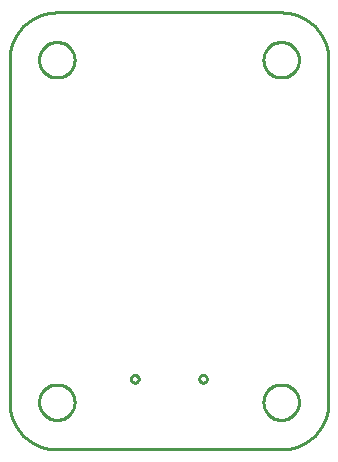
<source format=gbr>
G04 EAGLE Gerber RS-274X export*
G75*
%MOMM*%
%FSLAX34Y34*%
%LPD*%
%IN*%
%IPPOS*%
%AMOC8*
5,1,8,0,0,1.08239X$1,22.5*%
G01*
%ADD10C,0.254000*%


D10*
X0Y40000D02*
X152Y36514D01*
X608Y33054D01*
X1363Y29647D01*
X2412Y26319D01*
X3748Y23095D01*
X5359Y20000D01*
X7234Y17057D01*
X9358Y14289D01*
X11716Y11716D01*
X14289Y9358D01*
X17057Y7234D01*
X20000Y5359D01*
X23095Y3748D01*
X26319Y2412D01*
X29647Y1363D01*
X33054Y608D01*
X36514Y152D01*
X40000Y0D01*
X230000Y0D01*
X233486Y152D01*
X236946Y608D01*
X240353Y1363D01*
X243681Y2412D01*
X246905Y3748D01*
X250000Y5359D01*
X252943Y7234D01*
X255712Y9358D01*
X258284Y11716D01*
X260642Y14289D01*
X262766Y17057D01*
X264641Y20000D01*
X266252Y23095D01*
X267588Y26319D01*
X268637Y29647D01*
X269392Y33054D01*
X269848Y36514D01*
X270000Y40000D01*
X270000Y330000D01*
X269848Y333486D01*
X269392Y336946D01*
X268637Y340353D01*
X267588Y343681D01*
X266252Y346905D01*
X264641Y350000D01*
X262766Y352943D01*
X260642Y355712D01*
X258284Y358284D01*
X255712Y360642D01*
X252943Y362766D01*
X250000Y364641D01*
X246905Y366252D01*
X243681Y367588D01*
X240353Y368637D01*
X236946Y369392D01*
X233486Y369848D01*
X230000Y370000D01*
X40000Y370000D01*
X36514Y369848D01*
X33054Y369392D01*
X29647Y368637D01*
X26319Y367588D01*
X23095Y366252D01*
X20000Y364641D01*
X17057Y362766D01*
X14289Y360642D01*
X11716Y358284D01*
X9358Y355712D01*
X7234Y352943D01*
X5359Y350000D01*
X3748Y346905D01*
X2412Y343681D01*
X1363Y340353D01*
X608Y336946D01*
X152Y333486D01*
X0Y330000D01*
X0Y40000D01*
X109270Y59627D02*
X109214Y59205D01*
X109104Y58793D01*
X108941Y58399D01*
X108728Y58031D01*
X108469Y57693D01*
X108167Y57391D01*
X107829Y57132D01*
X107461Y56919D01*
X107067Y56756D01*
X106655Y56646D01*
X106233Y56590D01*
X105807Y56590D01*
X105385Y56646D01*
X104973Y56756D01*
X104579Y56919D01*
X104211Y57132D01*
X103873Y57391D01*
X103571Y57693D01*
X103312Y58031D01*
X103099Y58399D01*
X102936Y58793D01*
X102826Y59205D01*
X102770Y59627D01*
X102770Y60053D01*
X102826Y60475D01*
X102936Y60887D01*
X103099Y61281D01*
X103312Y61649D01*
X103571Y61987D01*
X103873Y62289D01*
X104211Y62548D01*
X104579Y62761D01*
X104973Y62924D01*
X105385Y63034D01*
X105807Y63090D01*
X106233Y63090D01*
X106655Y63034D01*
X107067Y62924D01*
X107461Y62761D01*
X107829Y62548D01*
X108167Y62289D01*
X108469Y61987D01*
X108728Y61649D01*
X108941Y61281D01*
X109104Y60887D01*
X109214Y60475D01*
X109270Y60053D01*
X109270Y59627D01*
X167070Y59627D02*
X167014Y59205D01*
X166904Y58793D01*
X166741Y58399D01*
X166528Y58031D01*
X166269Y57693D01*
X165967Y57391D01*
X165629Y57132D01*
X165261Y56919D01*
X164867Y56756D01*
X164455Y56646D01*
X164033Y56590D01*
X163607Y56590D01*
X163185Y56646D01*
X162773Y56756D01*
X162379Y56919D01*
X162011Y57132D01*
X161673Y57391D01*
X161371Y57693D01*
X161112Y58031D01*
X160899Y58399D01*
X160736Y58793D01*
X160626Y59205D01*
X160570Y59627D01*
X160570Y60053D01*
X160626Y60475D01*
X160736Y60887D01*
X160899Y61281D01*
X161112Y61649D01*
X161371Y61987D01*
X161673Y62289D01*
X162011Y62548D01*
X162379Y62761D01*
X162773Y62924D01*
X163185Y63034D01*
X163607Y63090D01*
X164033Y63090D01*
X164455Y63034D01*
X164867Y62924D01*
X165261Y62761D01*
X165629Y62548D01*
X165967Y62289D01*
X166269Y61987D01*
X166528Y61649D01*
X166741Y61281D01*
X166904Y60887D01*
X167014Y60475D01*
X167070Y60053D01*
X167070Y59627D01*
X245000Y329464D02*
X244924Y328396D01*
X244771Y327335D01*
X244543Y326288D01*
X244241Y325260D01*
X243867Y324256D01*
X243422Y323281D01*
X242908Y322341D01*
X242329Y321440D01*
X241687Y320582D01*
X240985Y319772D01*
X240228Y319015D01*
X239418Y318313D01*
X238560Y317671D01*
X237659Y317092D01*
X236719Y316578D01*
X235744Y316133D01*
X234740Y315759D01*
X233712Y315457D01*
X232665Y315229D01*
X231604Y315076D01*
X230536Y315000D01*
X229464Y315000D01*
X228396Y315076D01*
X227335Y315229D01*
X226288Y315457D01*
X225260Y315759D01*
X224256Y316133D01*
X223281Y316578D01*
X222341Y317092D01*
X221440Y317671D01*
X220582Y318313D01*
X219772Y319015D01*
X219015Y319772D01*
X218313Y320582D01*
X217671Y321440D01*
X217092Y322341D01*
X216578Y323281D01*
X216133Y324256D01*
X215759Y325260D01*
X215457Y326288D01*
X215229Y327335D01*
X215076Y328396D01*
X215000Y329464D01*
X215000Y330536D01*
X215076Y331604D01*
X215229Y332665D01*
X215457Y333712D01*
X215759Y334740D01*
X216133Y335744D01*
X216578Y336719D01*
X217092Y337659D01*
X217671Y338560D01*
X218313Y339418D01*
X219015Y340228D01*
X219772Y340985D01*
X220582Y341687D01*
X221440Y342329D01*
X222341Y342908D01*
X223281Y343422D01*
X224256Y343867D01*
X225260Y344241D01*
X226288Y344543D01*
X227335Y344771D01*
X228396Y344924D01*
X229464Y345000D01*
X230536Y345000D01*
X231604Y344924D01*
X232665Y344771D01*
X233712Y344543D01*
X234740Y344241D01*
X235744Y343867D01*
X236719Y343422D01*
X237659Y342908D01*
X238560Y342329D01*
X239418Y341687D01*
X240228Y340985D01*
X240985Y340228D01*
X241687Y339418D01*
X242329Y338560D01*
X242908Y337659D01*
X243422Y336719D01*
X243867Y335744D01*
X244241Y334740D01*
X244543Y333712D01*
X244771Y332665D01*
X244924Y331604D01*
X245000Y330536D01*
X245000Y329464D01*
X245000Y39464D02*
X244924Y38396D01*
X244771Y37335D01*
X244543Y36288D01*
X244241Y35260D01*
X243867Y34256D01*
X243422Y33281D01*
X242908Y32341D01*
X242329Y31440D01*
X241687Y30582D01*
X240985Y29772D01*
X240228Y29015D01*
X239418Y28313D01*
X238560Y27671D01*
X237659Y27092D01*
X236719Y26578D01*
X235744Y26133D01*
X234740Y25759D01*
X233712Y25457D01*
X232665Y25229D01*
X231604Y25076D01*
X230536Y25000D01*
X229464Y25000D01*
X228396Y25076D01*
X227335Y25229D01*
X226288Y25457D01*
X225260Y25759D01*
X224256Y26133D01*
X223281Y26578D01*
X222341Y27092D01*
X221440Y27671D01*
X220582Y28313D01*
X219772Y29015D01*
X219015Y29772D01*
X218313Y30582D01*
X217671Y31440D01*
X217092Y32341D01*
X216578Y33281D01*
X216133Y34256D01*
X215759Y35260D01*
X215457Y36288D01*
X215229Y37335D01*
X215076Y38396D01*
X215000Y39464D01*
X215000Y40536D01*
X215076Y41604D01*
X215229Y42665D01*
X215457Y43712D01*
X215759Y44740D01*
X216133Y45744D01*
X216578Y46719D01*
X217092Y47659D01*
X217671Y48560D01*
X218313Y49418D01*
X219015Y50228D01*
X219772Y50985D01*
X220582Y51687D01*
X221440Y52329D01*
X222341Y52908D01*
X223281Y53422D01*
X224256Y53867D01*
X225260Y54241D01*
X226288Y54543D01*
X227335Y54771D01*
X228396Y54924D01*
X229464Y55000D01*
X230536Y55000D01*
X231604Y54924D01*
X232665Y54771D01*
X233712Y54543D01*
X234740Y54241D01*
X235744Y53867D01*
X236719Y53422D01*
X237659Y52908D01*
X238560Y52329D01*
X239418Y51687D01*
X240228Y50985D01*
X240985Y50228D01*
X241687Y49418D01*
X242329Y48560D01*
X242908Y47659D01*
X243422Y46719D01*
X243867Y45744D01*
X244241Y44740D01*
X244543Y43712D01*
X244771Y42665D01*
X244924Y41604D01*
X245000Y40536D01*
X245000Y39464D01*
X55000Y329464D02*
X54924Y328396D01*
X54771Y327335D01*
X54543Y326288D01*
X54241Y325260D01*
X53867Y324256D01*
X53422Y323281D01*
X52908Y322341D01*
X52329Y321440D01*
X51687Y320582D01*
X50985Y319772D01*
X50228Y319015D01*
X49418Y318313D01*
X48560Y317671D01*
X47659Y317092D01*
X46719Y316578D01*
X45744Y316133D01*
X44740Y315759D01*
X43712Y315457D01*
X42665Y315229D01*
X41604Y315076D01*
X40536Y315000D01*
X39464Y315000D01*
X38396Y315076D01*
X37335Y315229D01*
X36288Y315457D01*
X35260Y315759D01*
X34256Y316133D01*
X33281Y316578D01*
X32341Y317092D01*
X31440Y317671D01*
X30582Y318313D01*
X29772Y319015D01*
X29015Y319772D01*
X28313Y320582D01*
X27671Y321440D01*
X27092Y322341D01*
X26578Y323281D01*
X26133Y324256D01*
X25759Y325260D01*
X25457Y326288D01*
X25229Y327335D01*
X25076Y328396D01*
X25000Y329464D01*
X25000Y330536D01*
X25076Y331604D01*
X25229Y332665D01*
X25457Y333712D01*
X25759Y334740D01*
X26133Y335744D01*
X26578Y336719D01*
X27092Y337659D01*
X27671Y338560D01*
X28313Y339418D01*
X29015Y340228D01*
X29772Y340985D01*
X30582Y341687D01*
X31440Y342329D01*
X32341Y342908D01*
X33281Y343422D01*
X34256Y343867D01*
X35260Y344241D01*
X36288Y344543D01*
X37335Y344771D01*
X38396Y344924D01*
X39464Y345000D01*
X40536Y345000D01*
X41604Y344924D01*
X42665Y344771D01*
X43712Y344543D01*
X44740Y344241D01*
X45744Y343867D01*
X46719Y343422D01*
X47659Y342908D01*
X48560Y342329D01*
X49418Y341687D01*
X50228Y340985D01*
X50985Y340228D01*
X51687Y339418D01*
X52329Y338560D01*
X52908Y337659D01*
X53422Y336719D01*
X53867Y335744D01*
X54241Y334740D01*
X54543Y333712D01*
X54771Y332665D01*
X54924Y331604D01*
X55000Y330536D01*
X55000Y329464D01*
X55000Y39464D02*
X54924Y38396D01*
X54771Y37335D01*
X54543Y36288D01*
X54241Y35260D01*
X53867Y34256D01*
X53422Y33281D01*
X52908Y32341D01*
X52329Y31440D01*
X51687Y30582D01*
X50985Y29772D01*
X50228Y29015D01*
X49418Y28313D01*
X48560Y27671D01*
X47659Y27092D01*
X46719Y26578D01*
X45744Y26133D01*
X44740Y25759D01*
X43712Y25457D01*
X42665Y25229D01*
X41604Y25076D01*
X40536Y25000D01*
X39464Y25000D01*
X38396Y25076D01*
X37335Y25229D01*
X36288Y25457D01*
X35260Y25759D01*
X34256Y26133D01*
X33281Y26578D01*
X32341Y27092D01*
X31440Y27671D01*
X30582Y28313D01*
X29772Y29015D01*
X29015Y29772D01*
X28313Y30582D01*
X27671Y31440D01*
X27092Y32341D01*
X26578Y33281D01*
X26133Y34256D01*
X25759Y35260D01*
X25457Y36288D01*
X25229Y37335D01*
X25076Y38396D01*
X25000Y39464D01*
X25000Y40536D01*
X25076Y41604D01*
X25229Y42665D01*
X25457Y43712D01*
X25759Y44740D01*
X26133Y45744D01*
X26578Y46719D01*
X27092Y47659D01*
X27671Y48560D01*
X28313Y49418D01*
X29015Y50228D01*
X29772Y50985D01*
X30582Y51687D01*
X31440Y52329D01*
X32341Y52908D01*
X33281Y53422D01*
X34256Y53867D01*
X35260Y54241D01*
X36288Y54543D01*
X37335Y54771D01*
X38396Y54924D01*
X39464Y55000D01*
X40536Y55000D01*
X41604Y54924D01*
X42665Y54771D01*
X43712Y54543D01*
X44740Y54241D01*
X45744Y53867D01*
X46719Y53422D01*
X47659Y52908D01*
X48560Y52329D01*
X49418Y51687D01*
X50228Y50985D01*
X50985Y50228D01*
X51687Y49418D01*
X52329Y48560D01*
X52908Y47659D01*
X53422Y46719D01*
X53867Y45744D01*
X54241Y44740D01*
X54543Y43712D01*
X54771Y42665D01*
X54924Y41604D01*
X55000Y40536D01*
X55000Y39464D01*
M02*

</source>
